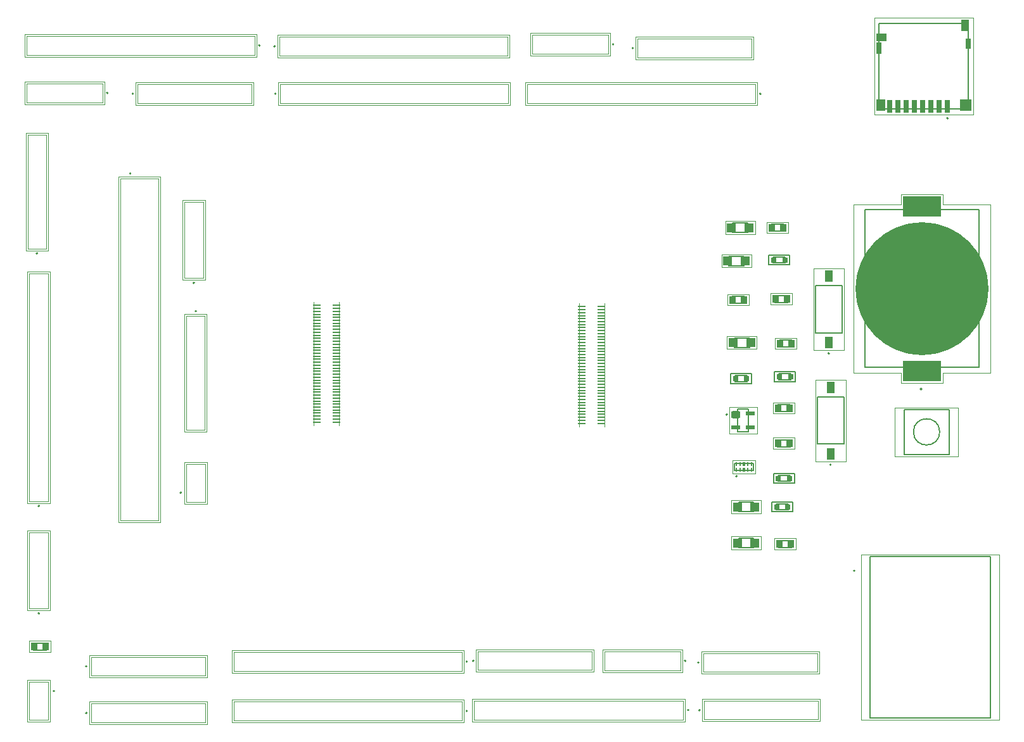
<source format=gtp>
G04*
G04 #@! TF.GenerationSoftware,Altium Limited,Altium Designer,22.1.2 (22)*
G04*
G04 Layer_Color=8421504*
%FSLAX25Y25*%
%MOIN*%
G70*
G04*
G04 #@! TF.SameCoordinates,2E2365BE-A05A-434A-80F0-4BE633B458EC*
G04*
G04*
G04 #@! TF.FilePolarity,Positive*
G04*
G01*
G75*
%ADD10C,0.00787*%
%ADD11C,0.00500*%
%ADD12C,0.00394*%
%ADD14C,0.00197*%
%ADD15R,0.04528X0.04528*%
%ADD16R,0.03386X0.03858*%
%ADD17R,0.04488X0.00787*%
%ADD18R,0.03150X0.05906*%
%ADD19R,0.03150X0.05512*%
%ADD20R,0.05118X0.05906*%
%ADD21R,0.05906X0.05906*%
%ADD22R,0.05709X0.03937*%
%ADD23R,0.03937X0.06102*%
%ADD24R,0.02756X0.06890*%
%ADD25R,0.03150X0.03150*%
%ADD26R,0.00984X0.01968*%
%ADD27R,0.01772X0.01968*%
%ADD28R,0.20000X0.10984*%
%ADD29C,0.70000*%
G04:AMPARAMS|DCode=30|XSize=49.61mil|YSize=38.98mil|CornerRadius=9.74mil|HoleSize=0mil|Usage=FLASHONLY|Rotation=0.000|XOffset=0mil|YOffset=0mil|HoleType=Round|Shape=RoundedRectangle|*
%AMROUNDEDRECTD30*
21,1,0.04961,0.01949,0,0,0.0*
21,1,0.03012,0.03898,0,0,0.0*
1,1,0.01949,0.01506,-0.00974*
1,1,0.01949,-0.01506,-0.00974*
1,1,0.01949,-0.01506,0.00974*
1,1,0.01949,0.01506,0.00974*
%
%ADD30ROUNDEDRECTD30*%
G04:AMPARAMS|DCode=31|XSize=49.61mil|YSize=23.23mil|CornerRadius=5.81mil|HoleSize=0mil|Usage=FLASHONLY|Rotation=0.000|XOffset=0mil|YOffset=0mil|HoleType=Round|Shape=RoundedRectangle|*
%AMROUNDEDRECTD31*
21,1,0.04961,0.01161,0,0,0.0*
21,1,0.03799,0.02323,0,0,0.0*
1,1,0.01161,0.01900,-0.00581*
1,1,0.01161,-0.01900,-0.00581*
1,1,0.01161,-0.01900,0.00581*
1,1,0.01161,0.01900,0.00581*
%
%ADD31ROUNDEDRECTD31*%
%ADD32R,0.04331X0.05906*%
D10*
X629953Y348500D02*
G03*
X629953Y348500I-394J0D01*
G01*
X728433Y335610D02*
G03*
X728433Y335610I-394J0D01*
G01*
X332894Y234059D02*
G03*
X332894Y234059I-394J0D01*
G01*
X275335Y22500D02*
G03*
X275335Y22500I-394J0D01*
G01*
X298394Y306559D02*
G03*
X298394Y306559I-394J0D01*
G01*
X366453Y374000D02*
G03*
X366453Y374000I-394J0D01*
G01*
X331894Y248941D02*
G03*
X331894Y248941I-394J0D01*
G01*
X597335Y49000D02*
G03*
X597335Y49000I-394J0D01*
G01*
X275335Y47000D02*
G03*
X275335Y47000I-394J0D01*
G01*
X374835Y348500D02*
G03*
X374835Y348500I-394J0D01*
G01*
X374335Y373500D02*
G03*
X374335Y373500I-394J0D01*
G01*
X679312Y97303D02*
G03*
X679312Y97303I-394J0D01*
G01*
X552453Y374500D02*
G03*
X552453Y374500I-394J0D01*
G01*
X617425Y147153D02*
G03*
X617425Y147153I-394J0D01*
G01*
X562835Y372500D02*
G03*
X562835Y372500I-394J0D01*
G01*
X714663Y192967D02*
G03*
X714663Y192967I-557J0D01*
G01*
X286453Y349000D02*
G03*
X286453Y349000I-394J0D01*
G01*
X258268Y34000D02*
G03*
X258268Y34000I-394J0D01*
G01*
X590453Y50000D02*
G03*
X590453Y50000I-394J0D01*
G01*
X249394Y264441D02*
G03*
X249394Y264441I-394J0D01*
G01*
X475453Y49500D02*
G03*
X475453Y49500I-394J0D01*
G01*
X597835Y24000D02*
G03*
X597835Y24000I-394J0D01*
G01*
X612232Y179650D02*
G03*
X612232Y179650I-394J0D01*
G01*
X478835Y50000D02*
G03*
X478835Y50000I-394J0D01*
G01*
X666894Y153232D02*
G03*
X666894Y153232I-394J0D01*
G01*
X665894Y211732D02*
G03*
X665894Y211732I-394J0D01*
G01*
X591953Y24000D02*
G03*
X591953Y24000I-394J0D01*
G01*
X475453Y23500D02*
G03*
X475453Y23500I-394J0D01*
G01*
X250394Y74941D02*
G03*
X250394Y74941I-394J0D01*
G01*
X299835Y348500D02*
G03*
X299835Y348500I-394J0D01*
G01*
X250394Y131441D02*
G03*
X250394Y131441I-394J0D01*
G01*
X325020Y138500D02*
G03*
X325020Y138500I-394J0D01*
G01*
D11*
X723910Y170500D02*
G03*
X723910Y170500I-6909J0D01*
G01*
X615937Y215039D02*
X623811D01*
X615937Y219961D02*
X623811D01*
Y215039D02*
Y219961D01*
X615937Y215039D02*
Y219961D01*
X639732Y215150D02*
Y218850D01*
X646268Y215150D02*
Y218850D01*
X639732D02*
X646268D01*
X639732Y215150D02*
X646268D01*
X614732Y238150D02*
Y241850D01*
X621268Y238150D02*
Y241850D01*
X614732D02*
X621268D01*
X614732Y238150D02*
X621268D01*
X637232Y238650D02*
Y242350D01*
X643768Y238650D02*
Y242350D01*
X637232D02*
X643768D01*
X637232Y238650D02*
X643768D01*
X738965Y340532D02*
Y385610D01*
X691917D02*
X738965D01*
X691917Y340532D02*
Y385610D01*
Y340532D02*
X738965D01*
X639220Y109650D02*
X645756D01*
X639220Y113350D02*
X645756D01*
Y109650D02*
Y113350D01*
X639220Y109650D02*
Y113350D01*
X687206Y104980D02*
X750710D01*
Y19980D02*
Y104980D01*
X687206Y19980D02*
X750710D01*
X687206D02*
Y104980D01*
X636350Y259425D02*
Y262575D01*
X642650Y259425D02*
Y262575D01*
X636350D02*
X642650D01*
X636350Y259425D02*
X642650D01*
X616047Y150106D02*
Y154043D01*
X625890D01*
Y150106D02*
Y154043D01*
X616047Y150106D02*
X625890D01*
X635244Y276150D02*
X641780D01*
X635244Y279850D02*
X641780D01*
Y276150D02*
Y279850D01*
X635244Y276150D02*
Y279850D01*
X638744Y181150D02*
X645280D01*
X638744Y184850D02*
X645280D01*
Y181150D02*
Y184850D01*
X638744Y181150D02*
Y184850D01*
X638732Y162650D02*
X645268D01*
X638732Y166350D02*
X645268D01*
Y162650D02*
Y166350D01*
X638732Y162650D02*
Y166350D01*
X638850Y144425D02*
Y147575D01*
X645150Y144425D02*
Y147575D01*
X638850D02*
X645150D01*
X638850Y144425D02*
X645150D01*
X637898Y129425D02*
Y132575D01*
X644197Y129425D02*
Y132575D01*
X637898D02*
X644197D01*
X637898Y129425D02*
X644197D01*
X684500Y204424D02*
Y287416D01*
X744500D01*
Y204424D02*
Y287416D01*
X684500Y204424D02*
X744500D01*
X618189Y109539D02*
Y114461D01*
X626063Y109539D02*
Y114461D01*
X618189D02*
X626063D01*
X618189Y109539D02*
X626063D01*
X705209Y158709D02*
Y182291D01*
Y158709D02*
X728791D01*
Y182291D01*
X705209D02*
X728791D01*
X618189Y128539D02*
Y133461D01*
X626063Y128539D02*
Y133461D01*
X618189D02*
X626063D01*
X618189Y128539D02*
X626063D01*
X617744Y170594D02*
Y182405D01*
Y170594D02*
X623256D01*
Y182405D01*
X617744D02*
X623256D01*
X616303Y196925D02*
Y200075D01*
X622602Y196925D02*
Y200075D01*
X616303D02*
X622602D01*
X616303Y196925D02*
X622602D01*
X613063Y258039D02*
Y262961D01*
X620937Y258039D02*
Y262961D01*
X613063D02*
X620937D01*
X613063Y258039D02*
X620937D01*
X659453Y164098D02*
Y188902D01*
X673547D01*
Y164098D02*
Y188902D01*
X659453Y164098D02*
X673547D01*
X658453Y222598D02*
Y247402D01*
X672547D01*
Y222598D02*
Y247402D01*
X658453Y222598D02*
X672547D01*
X615063Y275539D02*
Y280461D01*
X622937Y275539D02*
Y280461D01*
X615063D02*
X622937D01*
X615063Y275539D02*
X622937D01*
X639350Y197925D02*
Y201075D01*
X645650Y197925D02*
Y201075D01*
X639350D02*
X645650D01*
X639350Y197925D02*
X645650D01*
X247232Y55650D02*
X253768D01*
X247232Y59350D02*
X253768D01*
Y55650D02*
Y59350D01*
X247232Y55650D02*
Y59350D01*
X633988Y263559D02*
X645012D01*
Y258441D02*
Y263559D01*
X633988Y258441D02*
Y263559D01*
Y258441D02*
X645012D01*
X636488Y148559D02*
X647512D01*
Y143441D02*
Y148559D01*
X636488Y143441D02*
Y148559D01*
Y143441D02*
X647512D01*
X635535Y133559D02*
X646559D01*
Y128441D02*
Y133559D01*
X635535Y128441D02*
Y133559D01*
Y128441D02*
X646559D01*
X613941Y201059D02*
X624965D01*
Y195941D02*
Y201059D01*
X613941Y195941D02*
Y201059D01*
Y195941D02*
X624965D01*
X636988Y202059D02*
X648012D01*
Y196941D02*
Y202059D01*
X636988Y196941D02*
Y202059D01*
Y196941D02*
X648012D01*
D12*
X627000Y343500D02*
Y353500D01*
X507000Y343500D02*
X627000D01*
X507000D02*
Y353500D01*
X627000D01*
X407960Y173884D02*
Y238850D01*
X394646Y173884D02*
Y238848D01*
X337400Y171500D02*
Y231500D01*
X327600D02*
X337400D01*
X327600Y171500D02*
Y231500D01*
Y171500D02*
X337400D01*
X277500Y27400D02*
X337500D01*
X277500Y17600D02*
Y27400D01*
Y17600D02*
X337500D01*
Y27400D01*
X293000Y124000D02*
Y304000D01*
Y124000D02*
X313000D01*
Y304000D01*
X293000D02*
X313000D01*
X243500Y379000D02*
X363500D01*
X243500Y369000D02*
Y379000D01*
Y369000D02*
X363500D01*
Y379000D01*
X326500Y251500D02*
X336500D01*
X326500D02*
Y291500D01*
X336500D01*
Y251500D02*
Y291500D01*
X659500Y44100D02*
Y53900D01*
X599500Y44100D02*
X659500D01*
X599500D02*
Y53900D01*
X659500D01*
X337500Y42100D02*
Y51900D01*
X277500Y42100D02*
X337500D01*
X277500D02*
Y51900D01*
X337500D01*
X377000Y343500D02*
Y353500D01*
X497000D01*
Y343500D02*
Y353500D01*
X377000Y343500D02*
X497000D01*
X376500Y368500D02*
Y378500D01*
X496500D01*
Y368500D02*
Y378500D01*
X376500Y368500D02*
X496500D01*
X549500Y369500D02*
Y379500D01*
X509500Y369500D02*
X549500D01*
X509500D02*
Y379500D01*
X549500D01*
X547460Y173227D02*
Y238192D01*
X534146Y173227D02*
Y238191D01*
X625000Y367600D02*
Y377400D01*
X565000Y367600D02*
X625000D01*
X565000D02*
Y377400D01*
X625000D01*
X283500Y344000D02*
Y354000D01*
X243500Y344000D02*
X283500D01*
X243500D02*
Y354000D01*
X283500D01*
X245000Y39000D02*
X255000D01*
Y19000D02*
Y39000D01*
X245000Y19000D02*
X255000D01*
X245000D02*
Y39000D01*
X587500Y45000D02*
Y55000D01*
X547500Y45000D02*
X587500D01*
X547500D02*
Y55000D01*
X587500D01*
X244100Y327000D02*
X253900D01*
Y267000D02*
Y327000D01*
X244100Y267000D02*
X253900D01*
X244100D02*
Y327000D01*
X472500Y44500D02*
Y54500D01*
X352500Y44500D02*
X472500D01*
X352500D02*
Y54500D01*
X472500D01*
X660000Y19100D02*
Y28900D01*
X600000Y19100D02*
X660000D01*
X600000D02*
Y28900D01*
X660000D01*
X541000Y45100D02*
Y54900D01*
X481000Y45100D02*
X541000D01*
X481000D02*
Y54900D01*
X541000D01*
X479000Y19000D02*
Y29000D01*
X589000D01*
Y19000D02*
Y29000D01*
X479000Y19000D02*
X589000D01*
X479000D02*
Y29000D01*
X589000D01*
Y19000D02*
Y29000D01*
X472500Y18500D02*
Y28500D01*
X352500Y18500D02*
X472500D01*
X352500D02*
Y28500D01*
X472500D01*
X245000Y77500D02*
X255000D01*
X245000D02*
Y117500D01*
X255000D01*
Y77500D02*
Y117500D01*
X362000Y343600D02*
Y353400D01*
X302000Y343600D02*
X362000D01*
X302000D02*
Y353400D01*
X362000D01*
X245000Y134000D02*
X255000D01*
X245000D02*
Y254000D01*
X255000D01*
Y134000D02*
Y254000D01*
X327500Y133500D02*
X337500D01*
X327500D02*
Y153500D01*
X337500D01*
Y133500D02*
Y153500D01*
D14*
X627984Y342516D02*
Y354484D01*
X506016Y342516D02*
X627984D01*
X506016D02*
Y354484D01*
X627984D01*
X612000Y220945D02*
X627748D01*
Y214055D02*
Y220945D01*
X612000Y214055D02*
X627748D01*
X612000D02*
Y220945D01*
X648685Y214087D02*
Y219913D01*
X637315Y214087D02*
Y219913D01*
X648685D01*
X637315Y214087D02*
X648685D01*
X623685Y237087D02*
Y242913D01*
X612315Y237087D02*
Y242913D01*
X623685D01*
X612315Y237087D02*
X623685D01*
X646185Y237587D02*
Y243413D01*
X634815Y237587D02*
Y243413D01*
X646185D01*
X634815Y237587D02*
X646185D01*
X689457Y388563D02*
X741622D01*
Y337579D02*
Y388563D01*
X689457Y337579D02*
X741622D01*
X689457D02*
Y388563D01*
X338384Y170516D02*
Y232484D01*
X326616D02*
X338384D01*
X326616Y170516D02*
Y232484D01*
Y170516D02*
X338384D01*
X276516Y28384D02*
X338484D01*
X276516Y16616D02*
Y28384D01*
Y16616D02*
X338484D01*
Y28384D01*
X292016Y123016D02*
Y304984D01*
Y123016D02*
X313984D01*
Y304984D01*
X292016D02*
X313984D01*
X242516Y379984D02*
X364484D01*
X242516Y368016D02*
Y379984D01*
Y368016D02*
X364484D01*
Y379984D01*
X325516Y250516D02*
X337484D01*
X325516D02*
Y292484D01*
X337484D01*
Y250516D02*
Y292484D01*
X660484Y43116D02*
Y54884D01*
X598516Y43116D02*
X660484D01*
X598516D02*
Y54884D01*
X660484D01*
X338484Y41116D02*
Y52884D01*
X276516Y41116D02*
X338484D01*
X276516D02*
Y52884D01*
X338484D01*
X636803Y108587D02*
X648173D01*
X636803Y114413D02*
X648173D01*
X636803Y108587D02*
Y114413D01*
X648173Y108587D02*
Y114413D01*
X376016Y342516D02*
Y354484D01*
X497984D01*
Y342516D02*
Y354484D01*
X376016Y342516D02*
X497984D01*
X375516Y367516D02*
Y379484D01*
X497484D01*
Y367516D02*
Y379484D01*
X375516Y367516D02*
X497484D01*
X682540Y105965D02*
X755375D01*
Y18996D02*
Y105965D01*
X682540Y18996D02*
X755375D01*
X682540D02*
Y105965D01*
X550484Y368516D02*
Y380484D01*
X508516Y368516D02*
X550484D01*
X508516D02*
Y380484D01*
X550484D01*
X615063Y148531D02*
Y155618D01*
X626874D01*
Y148531D02*
Y155618D01*
X615063Y148531D02*
X626874D01*
X632827Y275087D02*
X644197D01*
X632827Y280913D02*
X644197D01*
X632827Y275087D02*
Y280913D01*
X644197Y275087D02*
Y280913D01*
X636327Y180087D02*
X647697D01*
X636327Y185913D02*
X647697D01*
X636327Y180087D02*
Y185913D01*
X647697Y180087D02*
Y185913D01*
X636315Y161587D02*
X647685D01*
X636315Y167413D02*
X647685D01*
X636315Y161587D02*
Y167413D01*
X647685Y161587D02*
Y167413D01*
X625984Y366616D02*
Y378384D01*
X564016Y366616D02*
X625984D01*
X564016D02*
Y378384D01*
X625984D01*
X678516Y201629D02*
Y290212D01*
X703476D01*
Y295625D01*
X725524D01*
Y290212D02*
Y295625D01*
Y290212D02*
X750484D01*
Y201629D02*
Y290212D01*
X725524Y201629D02*
X750484D01*
X725524Y196215D02*
Y201629D01*
X703476Y196215D02*
X725524D01*
X703476D02*
Y201629D01*
X678516D02*
X703476D01*
X284484Y343016D02*
Y354984D01*
X242516Y343016D02*
X284484D01*
X242516D02*
Y354984D01*
X284484D01*
X255984Y18016D02*
Y39984D01*
X244016Y18016D02*
X255984D01*
X244016D02*
Y39984D01*
X255984D01*
X588484Y44016D02*
Y55984D01*
X546516Y44016D02*
X588484D01*
X546516D02*
Y55984D01*
X588484D01*
X243116Y327984D02*
X254884D01*
Y266016D02*
Y327984D01*
X243116Y266016D02*
X254884D01*
X243116D02*
Y327984D01*
X614252Y108555D02*
Y115445D01*
Y108555D02*
X630000D01*
Y115445D01*
X614252D02*
X630000D01*
X473484Y43516D02*
Y55484D01*
X351516Y43516D02*
X473484D01*
X351516D02*
Y55484D01*
X473484D01*
X700268Y157705D02*
Y183295D01*
Y157705D02*
X733732D01*
Y183295D01*
X700268D02*
X733732D01*
X660984Y18116D02*
Y29884D01*
X599016Y18116D02*
X660984D01*
X599016D02*
Y29884D01*
X660984D01*
X614252Y127555D02*
Y134445D01*
Y127555D02*
X630000D01*
Y134445D01*
X614252D02*
X630000D01*
X613177Y183390D02*
X627823D01*
Y169610D02*
Y183390D01*
X613177Y169610D02*
X627823D01*
X613177D02*
Y183390D01*
X541984Y44116D02*
Y55884D01*
X480016Y44116D02*
X541984D01*
X480016D02*
Y55884D01*
X541984D01*
X609126Y257055D02*
Y263945D01*
Y257055D02*
X624874D01*
Y263945D01*
X609126D02*
X624874D01*
X658469Y155043D02*
Y197957D01*
X674532D01*
Y155043D02*
Y197957D01*
X658469Y155043D02*
X674532D01*
X657469Y213543D02*
Y256457D01*
X673532D01*
Y213543D02*
Y256457D01*
X657469Y213543D02*
X673532D01*
X478016Y18016D02*
Y29984D01*
X589984D01*
Y18016D02*
Y29984D01*
X478016Y18016D02*
X589984D01*
X611126Y274555D02*
Y281445D01*
Y274555D02*
X626874D01*
Y281445D01*
X611126D02*
X626874D01*
X473484Y17516D02*
Y29484D01*
X351516Y17516D02*
X473484D01*
X351516D02*
Y29484D01*
X473484D01*
X244016Y76516D02*
X255984D01*
X244016D02*
Y118484D01*
X255984D01*
Y76516D02*
Y118484D01*
X244815Y54587D02*
X256185D01*
X244815Y60413D02*
X256185D01*
X244815Y54587D02*
Y60413D01*
X256185Y54587D02*
Y60413D01*
X362984Y342616D02*
Y354384D01*
X301016Y342616D02*
X362984D01*
X301016D02*
Y354384D01*
X362984D01*
X244016Y133016D02*
X255984D01*
X244016D02*
Y254984D01*
X255984D01*
Y133016D02*
Y254984D01*
X326516Y132516D02*
Y154484D01*
X338484D01*
Y132516D02*
Y154484D01*
X326516Y132516D02*
X338484D01*
D15*
X624500Y217500D02*
D03*
X615248D02*
D03*
X617500Y112000D02*
D03*
X626752D02*
D03*
X617500Y131000D02*
D03*
X626752D02*
D03*
X612374Y260500D02*
D03*
X621626D02*
D03*
X614374Y278000D02*
D03*
X623626D02*
D03*
D16*
X646012Y217000D02*
D03*
X639988D02*
D03*
X621012Y240000D02*
D03*
X614988D02*
D03*
X643512Y240500D02*
D03*
X637488D02*
D03*
X639476Y111500D02*
D03*
X645500D02*
D03*
X635500Y278000D02*
D03*
X641524D02*
D03*
X639000Y183000D02*
D03*
X645024D02*
D03*
X638988Y164500D02*
D03*
X645012D02*
D03*
X247488Y57500D02*
D03*
X253512D02*
D03*
D17*
X396106Y189831D02*
D03*
X406500Y175657D02*
D03*
X396106D02*
D03*
X406500Y177232D02*
D03*
X396106D02*
D03*
X406500Y178807D02*
D03*
X396106D02*
D03*
X406500Y180382D02*
D03*
X396106D02*
D03*
X406500Y181957D02*
D03*
X396106D02*
D03*
X406500Y183531D02*
D03*
X396106D02*
D03*
X406500Y185106D02*
D03*
X396106D02*
D03*
X406500Y186681D02*
D03*
X396106D02*
D03*
X406500Y188256D02*
D03*
X396106D02*
D03*
X406500Y189831D02*
D03*
Y191405D02*
D03*
X396106D02*
D03*
X406500Y192980D02*
D03*
X396106D02*
D03*
X406500Y194555D02*
D03*
X396106D02*
D03*
X406500Y196130D02*
D03*
X396106D02*
D03*
X406500Y197705D02*
D03*
X396106D02*
D03*
X406500Y199279D02*
D03*
X396106D02*
D03*
X406500Y200854D02*
D03*
X396106D02*
D03*
X406500Y202429D02*
D03*
X396106D02*
D03*
X406500Y204004D02*
D03*
X396106D02*
D03*
X406500Y205579D02*
D03*
X396106D02*
D03*
X406500Y207153D02*
D03*
X396106D02*
D03*
X406500Y208728D02*
D03*
X396106D02*
D03*
X406500Y210303D02*
D03*
X396106D02*
D03*
X406500Y211878D02*
D03*
X396106D02*
D03*
X406500Y213453D02*
D03*
X396106D02*
D03*
X406500Y215028D02*
D03*
X396106D02*
D03*
X406500Y216602D02*
D03*
X396106D02*
D03*
X406500Y218177D02*
D03*
X396106D02*
D03*
X406500Y219752D02*
D03*
X396106D02*
D03*
X406500Y221327D02*
D03*
X396106D02*
D03*
X406500Y222902D02*
D03*
X396106D02*
D03*
X406500Y224476D02*
D03*
X396106D02*
D03*
X406500Y226051D02*
D03*
X396106D02*
D03*
X406500Y227626D02*
D03*
X396106D02*
D03*
X406500Y229201D02*
D03*
X396106D02*
D03*
X406500Y230776D02*
D03*
X396106D02*
D03*
X406500Y232350D02*
D03*
X396106D02*
D03*
X406500Y233925D02*
D03*
X396106D02*
D03*
X406500Y235500D02*
D03*
X396106D02*
D03*
X406500Y237075D02*
D03*
X396106D02*
D03*
X546000Y175000D02*
D03*
X535606D02*
D03*
X546000Y176575D02*
D03*
X535606D02*
D03*
X546000Y178150D02*
D03*
X535606D02*
D03*
X546000Y179724D02*
D03*
X535606D02*
D03*
X546000Y181299D02*
D03*
X535606D02*
D03*
X546000Y182874D02*
D03*
X535606D02*
D03*
X546000Y184449D02*
D03*
X535606D02*
D03*
X546000Y186024D02*
D03*
X535606D02*
D03*
X546000Y187598D02*
D03*
X535606D02*
D03*
X546000Y189173D02*
D03*
X535606D02*
D03*
X546000Y190748D02*
D03*
X535606D02*
D03*
X546000Y192323D02*
D03*
X535606D02*
D03*
X546000Y193898D02*
D03*
X535606D02*
D03*
X546000Y195472D02*
D03*
X535606D02*
D03*
X546000Y197047D02*
D03*
X535606D02*
D03*
X546000Y198622D02*
D03*
X535606D02*
D03*
X546000Y200197D02*
D03*
X535606D02*
D03*
X546000Y201772D02*
D03*
X535606D02*
D03*
X546000Y203346D02*
D03*
X535606D02*
D03*
X546000Y204921D02*
D03*
X535606D02*
D03*
X546000Y206496D02*
D03*
X535606D02*
D03*
X546000Y208071D02*
D03*
X535606D02*
D03*
X546000Y209646D02*
D03*
X535606D02*
D03*
X546000Y211221D02*
D03*
X535606D02*
D03*
X546000Y212795D02*
D03*
X535606D02*
D03*
X546000Y214370D02*
D03*
X535606D02*
D03*
X546000Y215945D02*
D03*
X535606D02*
D03*
X546000Y217520D02*
D03*
X535606D02*
D03*
X546000Y219095D02*
D03*
X535606D02*
D03*
X546000Y220669D02*
D03*
X535606D02*
D03*
X546000Y222244D02*
D03*
X535606D02*
D03*
X546000Y223819D02*
D03*
X535606D02*
D03*
X546000Y225394D02*
D03*
X535606D02*
D03*
X546000Y226969D02*
D03*
X535606D02*
D03*
X546000Y228543D02*
D03*
X535606D02*
D03*
X546000Y230118D02*
D03*
X535606D02*
D03*
X546000Y231693D02*
D03*
X535606D02*
D03*
X546000Y233268D02*
D03*
X535606D02*
D03*
X546000Y234843D02*
D03*
X535606D02*
D03*
X546000Y236417D02*
D03*
X535606D02*
D03*
D18*
X692016Y372421D02*
D03*
D19*
X738965Y374980D02*
D03*
D20*
X693000Y342500D02*
D03*
D21*
X737685D02*
D03*
D22*
X693295Y378327D02*
D03*
D23*
X737390Y384528D02*
D03*
D24*
X697724Y342008D02*
D03*
X702055D02*
D03*
X706386D02*
D03*
X710717D02*
D03*
X715047D02*
D03*
X719378D02*
D03*
X723709D02*
D03*
X728039D02*
D03*
D25*
X636547Y261000D02*
D03*
X642453D02*
D03*
X639047Y146000D02*
D03*
X644953D02*
D03*
X638094Y131000D02*
D03*
X644000D02*
D03*
X616500Y198500D02*
D03*
X622406D02*
D03*
X639547Y199500D02*
D03*
X645453D02*
D03*
D26*
X617031Y150500D02*
D03*
X619000D02*
D03*
X622937D02*
D03*
X624905D02*
D03*
Y153650D02*
D03*
X622937D02*
D03*
X619000D02*
D03*
X617031D02*
D03*
D27*
X620968Y150500D02*
D03*
Y153650D02*
D03*
D28*
X714500Y202672D02*
D03*
Y289168D02*
D03*
D29*
Y245920D02*
D03*
D30*
X616642Y179453D02*
D03*
D31*
Y172760D02*
D03*
X624358D02*
D03*
Y180240D02*
D03*
D32*
X666500Y158980D02*
D03*
Y194020D02*
D03*
X665500Y217480D02*
D03*
Y252520D02*
D03*
M02*

</source>
